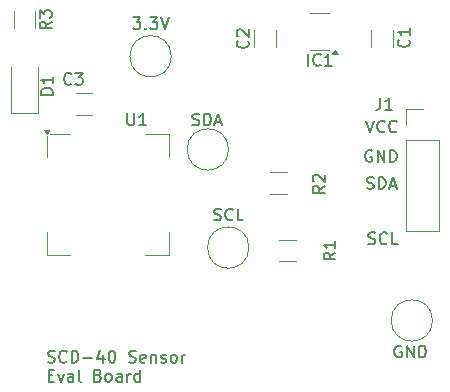
<source format=gbr>
%TF.GenerationSoftware,KiCad,Pcbnew,9.0.2*%
%TF.CreationDate,2025-05-24T10:18:39-07:00*%
%TF.ProjectId,sensor_eval_brd,73656e73-6f72-45f6-9576-616c5f627264,rev?*%
%TF.SameCoordinates,Original*%
%TF.FileFunction,Legend,Top*%
%TF.FilePolarity,Positive*%
%FSLAX46Y46*%
G04 Gerber Fmt 4.6, Leading zero omitted, Abs format (unit mm)*
G04 Created by KiCad (PCBNEW 9.0.2) date 2025-05-24 10:18:39*
%MOMM*%
%LPD*%
G01*
G04 APERTURE LIST*
%ADD10C,0.150000*%
%ADD11C,0.177800*%
%ADD12C,0.120000*%
G04 APERTURE END LIST*
D10*
X165033560Y-100279200D02*
X165176417Y-100326819D01*
X165176417Y-100326819D02*
X165414512Y-100326819D01*
X165414512Y-100326819D02*
X165509750Y-100279200D01*
X165509750Y-100279200D02*
X165557369Y-100231580D01*
X165557369Y-100231580D02*
X165604988Y-100136342D01*
X165604988Y-100136342D02*
X165604988Y-100041104D01*
X165604988Y-100041104D02*
X165557369Y-99945866D01*
X165557369Y-99945866D02*
X165509750Y-99898247D01*
X165509750Y-99898247D02*
X165414512Y-99850628D01*
X165414512Y-99850628D02*
X165224036Y-99803009D01*
X165224036Y-99803009D02*
X165128798Y-99755390D01*
X165128798Y-99755390D02*
X165081179Y-99707771D01*
X165081179Y-99707771D02*
X165033560Y-99612533D01*
X165033560Y-99612533D02*
X165033560Y-99517295D01*
X165033560Y-99517295D02*
X165081179Y-99422057D01*
X165081179Y-99422057D02*
X165128798Y-99374438D01*
X165128798Y-99374438D02*
X165224036Y-99326819D01*
X165224036Y-99326819D02*
X165462131Y-99326819D01*
X165462131Y-99326819D02*
X165604988Y-99374438D01*
X166604988Y-100231580D02*
X166557369Y-100279200D01*
X166557369Y-100279200D02*
X166414512Y-100326819D01*
X166414512Y-100326819D02*
X166319274Y-100326819D01*
X166319274Y-100326819D02*
X166176417Y-100279200D01*
X166176417Y-100279200D02*
X166081179Y-100183961D01*
X166081179Y-100183961D02*
X166033560Y-100088723D01*
X166033560Y-100088723D02*
X165985941Y-99898247D01*
X165985941Y-99898247D02*
X165985941Y-99755390D01*
X165985941Y-99755390D02*
X166033560Y-99564914D01*
X166033560Y-99564914D02*
X166081179Y-99469676D01*
X166081179Y-99469676D02*
X166176417Y-99374438D01*
X166176417Y-99374438D02*
X166319274Y-99326819D01*
X166319274Y-99326819D02*
X166414512Y-99326819D01*
X166414512Y-99326819D02*
X166557369Y-99374438D01*
X166557369Y-99374438D02*
X166604988Y-99422057D01*
X167509750Y-100326819D02*
X167033560Y-100326819D01*
X167033560Y-100326819D02*
X167033560Y-99326819D01*
X164906560Y-95605600D02*
X165049417Y-95653219D01*
X165049417Y-95653219D02*
X165287512Y-95653219D01*
X165287512Y-95653219D02*
X165382750Y-95605600D01*
X165382750Y-95605600D02*
X165430369Y-95557980D01*
X165430369Y-95557980D02*
X165477988Y-95462742D01*
X165477988Y-95462742D02*
X165477988Y-95367504D01*
X165477988Y-95367504D02*
X165430369Y-95272266D01*
X165430369Y-95272266D02*
X165382750Y-95224647D01*
X165382750Y-95224647D02*
X165287512Y-95177028D01*
X165287512Y-95177028D02*
X165097036Y-95129409D01*
X165097036Y-95129409D02*
X165001798Y-95081790D01*
X165001798Y-95081790D02*
X164954179Y-95034171D01*
X164954179Y-95034171D02*
X164906560Y-94938933D01*
X164906560Y-94938933D02*
X164906560Y-94843695D01*
X164906560Y-94843695D02*
X164954179Y-94748457D01*
X164954179Y-94748457D02*
X165001798Y-94700838D01*
X165001798Y-94700838D02*
X165097036Y-94653219D01*
X165097036Y-94653219D02*
X165335131Y-94653219D01*
X165335131Y-94653219D02*
X165477988Y-94700838D01*
X165906560Y-95653219D02*
X165906560Y-94653219D01*
X165906560Y-94653219D02*
X166144655Y-94653219D01*
X166144655Y-94653219D02*
X166287512Y-94700838D01*
X166287512Y-94700838D02*
X166382750Y-94796076D01*
X166382750Y-94796076D02*
X166430369Y-94891314D01*
X166430369Y-94891314D02*
X166477988Y-95081790D01*
X166477988Y-95081790D02*
X166477988Y-95224647D01*
X166477988Y-95224647D02*
X166430369Y-95415123D01*
X166430369Y-95415123D02*
X166382750Y-95510361D01*
X166382750Y-95510361D02*
X166287512Y-95605600D01*
X166287512Y-95605600D02*
X166144655Y-95653219D01*
X166144655Y-95653219D02*
X165906560Y-95653219D01*
X166858941Y-95367504D02*
X167335131Y-95367504D01*
X166763703Y-95653219D02*
X167097036Y-94653219D01*
X167097036Y-94653219D02*
X167430369Y-95653219D01*
D11*
X137899249Y-110301010D02*
X138042106Y-110348629D01*
X138042106Y-110348629D02*
X138280201Y-110348629D01*
X138280201Y-110348629D02*
X138375439Y-110301010D01*
X138375439Y-110301010D02*
X138423058Y-110253390D01*
X138423058Y-110253390D02*
X138470677Y-110158152D01*
X138470677Y-110158152D02*
X138470677Y-110062914D01*
X138470677Y-110062914D02*
X138423058Y-109967676D01*
X138423058Y-109967676D02*
X138375439Y-109920057D01*
X138375439Y-109920057D02*
X138280201Y-109872438D01*
X138280201Y-109872438D02*
X138089725Y-109824819D01*
X138089725Y-109824819D02*
X137994487Y-109777200D01*
X137994487Y-109777200D02*
X137946868Y-109729581D01*
X137946868Y-109729581D02*
X137899249Y-109634343D01*
X137899249Y-109634343D02*
X137899249Y-109539105D01*
X137899249Y-109539105D02*
X137946868Y-109443867D01*
X137946868Y-109443867D02*
X137994487Y-109396248D01*
X137994487Y-109396248D02*
X138089725Y-109348629D01*
X138089725Y-109348629D02*
X138327820Y-109348629D01*
X138327820Y-109348629D02*
X138470677Y-109396248D01*
X139470677Y-110253390D02*
X139423058Y-110301010D01*
X139423058Y-110301010D02*
X139280201Y-110348629D01*
X139280201Y-110348629D02*
X139184963Y-110348629D01*
X139184963Y-110348629D02*
X139042106Y-110301010D01*
X139042106Y-110301010D02*
X138946868Y-110205771D01*
X138946868Y-110205771D02*
X138899249Y-110110533D01*
X138899249Y-110110533D02*
X138851630Y-109920057D01*
X138851630Y-109920057D02*
X138851630Y-109777200D01*
X138851630Y-109777200D02*
X138899249Y-109586724D01*
X138899249Y-109586724D02*
X138946868Y-109491486D01*
X138946868Y-109491486D02*
X139042106Y-109396248D01*
X139042106Y-109396248D02*
X139184963Y-109348629D01*
X139184963Y-109348629D02*
X139280201Y-109348629D01*
X139280201Y-109348629D02*
X139423058Y-109396248D01*
X139423058Y-109396248D02*
X139470677Y-109443867D01*
X139899249Y-110348629D02*
X139899249Y-109348629D01*
X139899249Y-109348629D02*
X140137344Y-109348629D01*
X140137344Y-109348629D02*
X140280201Y-109396248D01*
X140280201Y-109396248D02*
X140375439Y-109491486D01*
X140375439Y-109491486D02*
X140423058Y-109586724D01*
X140423058Y-109586724D02*
X140470677Y-109777200D01*
X140470677Y-109777200D02*
X140470677Y-109920057D01*
X140470677Y-109920057D02*
X140423058Y-110110533D01*
X140423058Y-110110533D02*
X140375439Y-110205771D01*
X140375439Y-110205771D02*
X140280201Y-110301010D01*
X140280201Y-110301010D02*
X140137344Y-110348629D01*
X140137344Y-110348629D02*
X139899249Y-110348629D01*
X140899249Y-109967676D02*
X141661154Y-109967676D01*
X142565915Y-109681962D02*
X142565915Y-110348629D01*
X142327820Y-109301010D02*
X142089725Y-110015295D01*
X142089725Y-110015295D02*
X142708772Y-110015295D01*
X143280201Y-109348629D02*
X143375439Y-109348629D01*
X143375439Y-109348629D02*
X143470677Y-109396248D01*
X143470677Y-109396248D02*
X143518296Y-109443867D01*
X143518296Y-109443867D02*
X143565915Y-109539105D01*
X143565915Y-109539105D02*
X143613534Y-109729581D01*
X143613534Y-109729581D02*
X143613534Y-109967676D01*
X143613534Y-109967676D02*
X143565915Y-110158152D01*
X143565915Y-110158152D02*
X143518296Y-110253390D01*
X143518296Y-110253390D02*
X143470677Y-110301010D01*
X143470677Y-110301010D02*
X143375439Y-110348629D01*
X143375439Y-110348629D02*
X143280201Y-110348629D01*
X143280201Y-110348629D02*
X143184963Y-110301010D01*
X143184963Y-110301010D02*
X143137344Y-110253390D01*
X143137344Y-110253390D02*
X143089725Y-110158152D01*
X143089725Y-110158152D02*
X143042106Y-109967676D01*
X143042106Y-109967676D02*
X143042106Y-109729581D01*
X143042106Y-109729581D02*
X143089725Y-109539105D01*
X143089725Y-109539105D02*
X143137344Y-109443867D01*
X143137344Y-109443867D02*
X143184963Y-109396248D01*
X143184963Y-109396248D02*
X143280201Y-109348629D01*
X144756392Y-110301010D02*
X144899249Y-110348629D01*
X144899249Y-110348629D02*
X145137344Y-110348629D01*
X145137344Y-110348629D02*
X145232582Y-110301010D01*
X145232582Y-110301010D02*
X145280201Y-110253390D01*
X145280201Y-110253390D02*
X145327820Y-110158152D01*
X145327820Y-110158152D02*
X145327820Y-110062914D01*
X145327820Y-110062914D02*
X145280201Y-109967676D01*
X145280201Y-109967676D02*
X145232582Y-109920057D01*
X145232582Y-109920057D02*
X145137344Y-109872438D01*
X145137344Y-109872438D02*
X144946868Y-109824819D01*
X144946868Y-109824819D02*
X144851630Y-109777200D01*
X144851630Y-109777200D02*
X144804011Y-109729581D01*
X144804011Y-109729581D02*
X144756392Y-109634343D01*
X144756392Y-109634343D02*
X144756392Y-109539105D01*
X144756392Y-109539105D02*
X144804011Y-109443867D01*
X144804011Y-109443867D02*
X144851630Y-109396248D01*
X144851630Y-109396248D02*
X144946868Y-109348629D01*
X144946868Y-109348629D02*
X145184963Y-109348629D01*
X145184963Y-109348629D02*
X145327820Y-109396248D01*
X146137344Y-110301010D02*
X146042106Y-110348629D01*
X146042106Y-110348629D02*
X145851630Y-110348629D01*
X145851630Y-110348629D02*
X145756392Y-110301010D01*
X145756392Y-110301010D02*
X145708773Y-110205771D01*
X145708773Y-110205771D02*
X145708773Y-109824819D01*
X145708773Y-109824819D02*
X145756392Y-109729581D01*
X145756392Y-109729581D02*
X145851630Y-109681962D01*
X145851630Y-109681962D02*
X146042106Y-109681962D01*
X146042106Y-109681962D02*
X146137344Y-109729581D01*
X146137344Y-109729581D02*
X146184963Y-109824819D01*
X146184963Y-109824819D02*
X146184963Y-109920057D01*
X146184963Y-109920057D02*
X145708773Y-110015295D01*
X146613535Y-109681962D02*
X146613535Y-110348629D01*
X146613535Y-109777200D02*
X146661154Y-109729581D01*
X146661154Y-109729581D02*
X146756392Y-109681962D01*
X146756392Y-109681962D02*
X146899249Y-109681962D01*
X146899249Y-109681962D02*
X146994487Y-109729581D01*
X146994487Y-109729581D02*
X147042106Y-109824819D01*
X147042106Y-109824819D02*
X147042106Y-110348629D01*
X147470678Y-110301010D02*
X147565916Y-110348629D01*
X147565916Y-110348629D02*
X147756392Y-110348629D01*
X147756392Y-110348629D02*
X147851630Y-110301010D01*
X147851630Y-110301010D02*
X147899249Y-110205771D01*
X147899249Y-110205771D02*
X147899249Y-110158152D01*
X147899249Y-110158152D02*
X147851630Y-110062914D01*
X147851630Y-110062914D02*
X147756392Y-110015295D01*
X147756392Y-110015295D02*
X147613535Y-110015295D01*
X147613535Y-110015295D02*
X147518297Y-109967676D01*
X147518297Y-109967676D02*
X147470678Y-109872438D01*
X147470678Y-109872438D02*
X147470678Y-109824819D01*
X147470678Y-109824819D02*
X147518297Y-109729581D01*
X147518297Y-109729581D02*
X147613535Y-109681962D01*
X147613535Y-109681962D02*
X147756392Y-109681962D01*
X147756392Y-109681962D02*
X147851630Y-109729581D01*
X148470678Y-110348629D02*
X148375440Y-110301010D01*
X148375440Y-110301010D02*
X148327821Y-110253390D01*
X148327821Y-110253390D02*
X148280202Y-110158152D01*
X148280202Y-110158152D02*
X148280202Y-109872438D01*
X148280202Y-109872438D02*
X148327821Y-109777200D01*
X148327821Y-109777200D02*
X148375440Y-109729581D01*
X148375440Y-109729581D02*
X148470678Y-109681962D01*
X148470678Y-109681962D02*
X148613535Y-109681962D01*
X148613535Y-109681962D02*
X148708773Y-109729581D01*
X148708773Y-109729581D02*
X148756392Y-109777200D01*
X148756392Y-109777200D02*
X148804011Y-109872438D01*
X148804011Y-109872438D02*
X148804011Y-110158152D01*
X148804011Y-110158152D02*
X148756392Y-110253390D01*
X148756392Y-110253390D02*
X148708773Y-110301010D01*
X148708773Y-110301010D02*
X148613535Y-110348629D01*
X148613535Y-110348629D02*
X148470678Y-110348629D01*
X149232583Y-110348629D02*
X149232583Y-109681962D01*
X149232583Y-109872438D02*
X149280202Y-109777200D01*
X149280202Y-109777200D02*
X149327821Y-109729581D01*
X149327821Y-109729581D02*
X149423059Y-109681962D01*
X149423059Y-109681962D02*
X149518297Y-109681962D01*
X137946868Y-111434763D02*
X138280201Y-111434763D01*
X138423058Y-111958573D02*
X137946868Y-111958573D01*
X137946868Y-111958573D02*
X137946868Y-110958573D01*
X137946868Y-110958573D02*
X138423058Y-110958573D01*
X138756392Y-111291906D02*
X138994487Y-111958573D01*
X138994487Y-111958573D02*
X139232582Y-111291906D01*
X140042106Y-111958573D02*
X140042106Y-111434763D01*
X140042106Y-111434763D02*
X139994487Y-111339525D01*
X139994487Y-111339525D02*
X139899249Y-111291906D01*
X139899249Y-111291906D02*
X139708773Y-111291906D01*
X139708773Y-111291906D02*
X139613535Y-111339525D01*
X140042106Y-111910954D02*
X139946868Y-111958573D01*
X139946868Y-111958573D02*
X139708773Y-111958573D01*
X139708773Y-111958573D02*
X139613535Y-111910954D01*
X139613535Y-111910954D02*
X139565916Y-111815715D01*
X139565916Y-111815715D02*
X139565916Y-111720477D01*
X139565916Y-111720477D02*
X139613535Y-111625239D01*
X139613535Y-111625239D02*
X139708773Y-111577620D01*
X139708773Y-111577620D02*
X139946868Y-111577620D01*
X139946868Y-111577620D02*
X140042106Y-111530001D01*
X140661154Y-111958573D02*
X140565916Y-111910954D01*
X140565916Y-111910954D02*
X140518297Y-111815715D01*
X140518297Y-111815715D02*
X140518297Y-110958573D01*
X142137345Y-111434763D02*
X142280202Y-111482382D01*
X142280202Y-111482382D02*
X142327821Y-111530001D01*
X142327821Y-111530001D02*
X142375440Y-111625239D01*
X142375440Y-111625239D02*
X142375440Y-111768096D01*
X142375440Y-111768096D02*
X142327821Y-111863334D01*
X142327821Y-111863334D02*
X142280202Y-111910954D01*
X142280202Y-111910954D02*
X142184964Y-111958573D01*
X142184964Y-111958573D02*
X141804012Y-111958573D01*
X141804012Y-111958573D02*
X141804012Y-110958573D01*
X141804012Y-110958573D02*
X142137345Y-110958573D01*
X142137345Y-110958573D02*
X142232583Y-111006192D01*
X142232583Y-111006192D02*
X142280202Y-111053811D01*
X142280202Y-111053811D02*
X142327821Y-111149049D01*
X142327821Y-111149049D02*
X142327821Y-111244287D01*
X142327821Y-111244287D02*
X142280202Y-111339525D01*
X142280202Y-111339525D02*
X142232583Y-111387144D01*
X142232583Y-111387144D02*
X142137345Y-111434763D01*
X142137345Y-111434763D02*
X141804012Y-111434763D01*
X142946869Y-111958573D02*
X142851631Y-111910954D01*
X142851631Y-111910954D02*
X142804012Y-111863334D01*
X142804012Y-111863334D02*
X142756393Y-111768096D01*
X142756393Y-111768096D02*
X142756393Y-111482382D01*
X142756393Y-111482382D02*
X142804012Y-111387144D01*
X142804012Y-111387144D02*
X142851631Y-111339525D01*
X142851631Y-111339525D02*
X142946869Y-111291906D01*
X142946869Y-111291906D02*
X143089726Y-111291906D01*
X143089726Y-111291906D02*
X143184964Y-111339525D01*
X143184964Y-111339525D02*
X143232583Y-111387144D01*
X143232583Y-111387144D02*
X143280202Y-111482382D01*
X143280202Y-111482382D02*
X143280202Y-111768096D01*
X143280202Y-111768096D02*
X143232583Y-111863334D01*
X143232583Y-111863334D02*
X143184964Y-111910954D01*
X143184964Y-111910954D02*
X143089726Y-111958573D01*
X143089726Y-111958573D02*
X142946869Y-111958573D01*
X144137345Y-111958573D02*
X144137345Y-111434763D01*
X144137345Y-111434763D02*
X144089726Y-111339525D01*
X144089726Y-111339525D02*
X143994488Y-111291906D01*
X143994488Y-111291906D02*
X143804012Y-111291906D01*
X143804012Y-111291906D02*
X143708774Y-111339525D01*
X144137345Y-111910954D02*
X144042107Y-111958573D01*
X144042107Y-111958573D02*
X143804012Y-111958573D01*
X143804012Y-111958573D02*
X143708774Y-111910954D01*
X143708774Y-111910954D02*
X143661155Y-111815715D01*
X143661155Y-111815715D02*
X143661155Y-111720477D01*
X143661155Y-111720477D02*
X143708774Y-111625239D01*
X143708774Y-111625239D02*
X143804012Y-111577620D01*
X143804012Y-111577620D02*
X144042107Y-111577620D01*
X144042107Y-111577620D02*
X144137345Y-111530001D01*
X144613536Y-111958573D02*
X144613536Y-111291906D01*
X144613536Y-111482382D02*
X144661155Y-111387144D01*
X144661155Y-111387144D02*
X144708774Y-111339525D01*
X144708774Y-111339525D02*
X144804012Y-111291906D01*
X144804012Y-111291906D02*
X144899250Y-111291906D01*
X145661155Y-111958573D02*
X145661155Y-110958573D01*
X145661155Y-111910954D02*
X145565917Y-111958573D01*
X145565917Y-111958573D02*
X145375441Y-111958573D01*
X145375441Y-111958573D02*
X145280203Y-111910954D01*
X145280203Y-111910954D02*
X145232584Y-111863334D01*
X145232584Y-111863334D02*
X145184965Y-111768096D01*
X145184965Y-111768096D02*
X145184965Y-111482382D01*
X145184965Y-111482382D02*
X145232584Y-111387144D01*
X145232584Y-111387144D02*
X145280203Y-111339525D01*
X145280203Y-111339525D02*
X145375441Y-111291906D01*
X145375441Y-111291906D02*
X145565917Y-111291906D01*
X145565917Y-111291906D02*
X145661155Y-111339525D01*
D10*
X164836722Y-89852619D02*
X165170055Y-90852619D01*
X165170055Y-90852619D02*
X165503388Y-89852619D01*
X166408150Y-90757380D02*
X166360531Y-90805000D01*
X166360531Y-90805000D02*
X166217674Y-90852619D01*
X166217674Y-90852619D02*
X166122436Y-90852619D01*
X166122436Y-90852619D02*
X165979579Y-90805000D01*
X165979579Y-90805000D02*
X165884341Y-90709761D01*
X165884341Y-90709761D02*
X165836722Y-90614523D01*
X165836722Y-90614523D02*
X165789103Y-90424047D01*
X165789103Y-90424047D02*
X165789103Y-90281190D01*
X165789103Y-90281190D02*
X165836722Y-90090714D01*
X165836722Y-90090714D02*
X165884341Y-89995476D01*
X165884341Y-89995476D02*
X165979579Y-89900238D01*
X165979579Y-89900238D02*
X166122436Y-89852619D01*
X166122436Y-89852619D02*
X166217674Y-89852619D01*
X166217674Y-89852619D02*
X166360531Y-89900238D01*
X166360531Y-89900238D02*
X166408150Y-89947857D01*
X167408150Y-90757380D02*
X167360531Y-90805000D01*
X167360531Y-90805000D02*
X167217674Y-90852619D01*
X167217674Y-90852619D02*
X167122436Y-90852619D01*
X167122436Y-90852619D02*
X166979579Y-90805000D01*
X166979579Y-90805000D02*
X166884341Y-90709761D01*
X166884341Y-90709761D02*
X166836722Y-90614523D01*
X166836722Y-90614523D02*
X166789103Y-90424047D01*
X166789103Y-90424047D02*
X166789103Y-90281190D01*
X166789103Y-90281190D02*
X166836722Y-90090714D01*
X166836722Y-90090714D02*
X166884341Y-89995476D01*
X166884341Y-89995476D02*
X166979579Y-89900238D01*
X166979579Y-89900238D02*
X167122436Y-89852619D01*
X167122436Y-89852619D02*
X167217674Y-89852619D01*
X167217674Y-89852619D02*
X167360531Y-89900238D01*
X167360531Y-89900238D02*
X167408150Y-89947857D01*
X165325588Y-92414838D02*
X165230350Y-92367219D01*
X165230350Y-92367219D02*
X165087493Y-92367219D01*
X165087493Y-92367219D02*
X164944636Y-92414838D01*
X164944636Y-92414838D02*
X164849398Y-92510076D01*
X164849398Y-92510076D02*
X164801779Y-92605314D01*
X164801779Y-92605314D02*
X164754160Y-92795790D01*
X164754160Y-92795790D02*
X164754160Y-92938647D01*
X164754160Y-92938647D02*
X164801779Y-93129123D01*
X164801779Y-93129123D02*
X164849398Y-93224361D01*
X164849398Y-93224361D02*
X164944636Y-93319600D01*
X164944636Y-93319600D02*
X165087493Y-93367219D01*
X165087493Y-93367219D02*
X165182731Y-93367219D01*
X165182731Y-93367219D02*
X165325588Y-93319600D01*
X165325588Y-93319600D02*
X165373207Y-93271980D01*
X165373207Y-93271980D02*
X165373207Y-92938647D01*
X165373207Y-92938647D02*
X165182731Y-92938647D01*
X165801779Y-93367219D02*
X165801779Y-92367219D01*
X165801779Y-92367219D02*
X166373207Y-93367219D01*
X166373207Y-93367219D02*
X166373207Y-92367219D01*
X166849398Y-93367219D02*
X166849398Y-92367219D01*
X166849398Y-92367219D02*
X167087493Y-92367219D01*
X167087493Y-92367219D02*
X167230350Y-92414838D01*
X167230350Y-92414838D02*
X167325588Y-92510076D01*
X167325588Y-92510076D02*
X167373207Y-92605314D01*
X167373207Y-92605314D02*
X167420826Y-92795790D01*
X167420826Y-92795790D02*
X167420826Y-92938647D01*
X167420826Y-92938647D02*
X167373207Y-93129123D01*
X167373207Y-93129123D02*
X167325588Y-93224361D01*
X167325588Y-93224361D02*
X167230350Y-93319600D01*
X167230350Y-93319600D02*
X167087493Y-93367219D01*
X167087493Y-93367219D02*
X166849398Y-93367219D01*
X162227419Y-101030066D02*
X161751228Y-101363399D01*
X162227419Y-101601494D02*
X161227419Y-101601494D01*
X161227419Y-101601494D02*
X161227419Y-101220542D01*
X161227419Y-101220542D02*
X161275038Y-101125304D01*
X161275038Y-101125304D02*
X161322657Y-101077685D01*
X161322657Y-101077685D02*
X161417895Y-101030066D01*
X161417895Y-101030066D02*
X161560752Y-101030066D01*
X161560752Y-101030066D02*
X161655990Y-101077685D01*
X161655990Y-101077685D02*
X161703609Y-101125304D01*
X161703609Y-101125304D02*
X161751228Y-101220542D01*
X161751228Y-101220542D02*
X161751228Y-101601494D01*
X162227419Y-100077685D02*
X162227419Y-100649113D01*
X162227419Y-100363399D02*
X161227419Y-100363399D01*
X161227419Y-100363399D02*
X161370276Y-100458637D01*
X161370276Y-100458637D02*
X161465514Y-100553875D01*
X161465514Y-100553875D02*
X161513133Y-100649113D01*
X151971524Y-98266600D02*
X152114381Y-98314219D01*
X152114381Y-98314219D02*
X152352476Y-98314219D01*
X152352476Y-98314219D02*
X152447714Y-98266600D01*
X152447714Y-98266600D02*
X152495333Y-98218980D01*
X152495333Y-98218980D02*
X152542952Y-98123742D01*
X152542952Y-98123742D02*
X152542952Y-98028504D01*
X152542952Y-98028504D02*
X152495333Y-97933266D01*
X152495333Y-97933266D02*
X152447714Y-97885647D01*
X152447714Y-97885647D02*
X152352476Y-97838028D01*
X152352476Y-97838028D02*
X152162000Y-97790409D01*
X152162000Y-97790409D02*
X152066762Y-97742790D01*
X152066762Y-97742790D02*
X152019143Y-97695171D01*
X152019143Y-97695171D02*
X151971524Y-97599933D01*
X151971524Y-97599933D02*
X151971524Y-97504695D01*
X151971524Y-97504695D02*
X152019143Y-97409457D01*
X152019143Y-97409457D02*
X152066762Y-97361838D01*
X152066762Y-97361838D02*
X152162000Y-97314219D01*
X152162000Y-97314219D02*
X152400095Y-97314219D01*
X152400095Y-97314219D02*
X152542952Y-97361838D01*
X153542952Y-98218980D02*
X153495333Y-98266600D01*
X153495333Y-98266600D02*
X153352476Y-98314219D01*
X153352476Y-98314219D02*
X153257238Y-98314219D01*
X153257238Y-98314219D02*
X153114381Y-98266600D01*
X153114381Y-98266600D02*
X153019143Y-98171361D01*
X153019143Y-98171361D02*
X152971524Y-98076123D01*
X152971524Y-98076123D02*
X152923905Y-97885647D01*
X152923905Y-97885647D02*
X152923905Y-97742790D01*
X152923905Y-97742790D02*
X152971524Y-97552314D01*
X152971524Y-97552314D02*
X153019143Y-97457076D01*
X153019143Y-97457076D02*
X153114381Y-97361838D01*
X153114381Y-97361838D02*
X153257238Y-97314219D01*
X153257238Y-97314219D02*
X153352476Y-97314219D01*
X153352476Y-97314219D02*
X153495333Y-97361838D01*
X153495333Y-97361838D02*
X153542952Y-97409457D01*
X154447714Y-98314219D02*
X153971524Y-98314219D01*
X153971524Y-98314219D02*
X153971524Y-97314219D01*
X161313019Y-95376566D02*
X160836828Y-95709899D01*
X161313019Y-95947994D02*
X160313019Y-95947994D01*
X160313019Y-95947994D02*
X160313019Y-95567042D01*
X160313019Y-95567042D02*
X160360638Y-95471804D01*
X160360638Y-95471804D02*
X160408257Y-95424185D01*
X160408257Y-95424185D02*
X160503495Y-95376566D01*
X160503495Y-95376566D02*
X160646352Y-95376566D01*
X160646352Y-95376566D02*
X160741590Y-95424185D01*
X160741590Y-95424185D02*
X160789209Y-95471804D01*
X160789209Y-95471804D02*
X160836828Y-95567042D01*
X160836828Y-95567042D02*
X160836828Y-95947994D01*
X160408257Y-94995613D02*
X160360638Y-94947994D01*
X160360638Y-94947994D02*
X160313019Y-94852756D01*
X160313019Y-94852756D02*
X160313019Y-94614661D01*
X160313019Y-94614661D02*
X160360638Y-94519423D01*
X160360638Y-94519423D02*
X160408257Y-94471804D01*
X160408257Y-94471804D02*
X160503495Y-94424185D01*
X160503495Y-94424185D02*
X160598733Y-94424185D01*
X160598733Y-94424185D02*
X160741590Y-94471804D01*
X160741590Y-94471804D02*
X161313019Y-95043232D01*
X161313019Y-95043232D02*
X161313019Y-94424185D01*
X154801980Y-83091466D02*
X154849600Y-83139085D01*
X154849600Y-83139085D02*
X154897219Y-83281942D01*
X154897219Y-83281942D02*
X154897219Y-83377180D01*
X154897219Y-83377180D02*
X154849600Y-83520037D01*
X154849600Y-83520037D02*
X154754361Y-83615275D01*
X154754361Y-83615275D02*
X154659123Y-83662894D01*
X154659123Y-83662894D02*
X154468647Y-83710513D01*
X154468647Y-83710513D02*
X154325790Y-83710513D01*
X154325790Y-83710513D02*
X154135314Y-83662894D01*
X154135314Y-83662894D02*
X154040076Y-83615275D01*
X154040076Y-83615275D02*
X153944838Y-83520037D01*
X153944838Y-83520037D02*
X153897219Y-83377180D01*
X153897219Y-83377180D02*
X153897219Y-83281942D01*
X153897219Y-83281942D02*
X153944838Y-83139085D01*
X153944838Y-83139085D02*
X153992457Y-83091466D01*
X153992457Y-82710513D02*
X153944838Y-82662894D01*
X153944838Y-82662894D02*
X153897219Y-82567656D01*
X153897219Y-82567656D02*
X153897219Y-82329561D01*
X153897219Y-82329561D02*
X153944838Y-82234323D01*
X153944838Y-82234323D02*
X153992457Y-82186704D01*
X153992457Y-82186704D02*
X154087695Y-82139085D01*
X154087695Y-82139085D02*
X154182933Y-82139085D01*
X154182933Y-82139085D02*
X154325790Y-82186704D01*
X154325790Y-82186704D02*
X154897219Y-82758132D01*
X154897219Y-82758132D02*
X154897219Y-82139085D01*
X167804895Y-108964038D02*
X167709657Y-108916419D01*
X167709657Y-108916419D02*
X167566800Y-108916419D01*
X167566800Y-108916419D02*
X167423943Y-108964038D01*
X167423943Y-108964038D02*
X167328705Y-109059276D01*
X167328705Y-109059276D02*
X167281086Y-109154514D01*
X167281086Y-109154514D02*
X167233467Y-109344990D01*
X167233467Y-109344990D02*
X167233467Y-109487847D01*
X167233467Y-109487847D02*
X167281086Y-109678323D01*
X167281086Y-109678323D02*
X167328705Y-109773561D01*
X167328705Y-109773561D02*
X167423943Y-109868800D01*
X167423943Y-109868800D02*
X167566800Y-109916419D01*
X167566800Y-109916419D02*
X167662038Y-109916419D01*
X167662038Y-109916419D02*
X167804895Y-109868800D01*
X167804895Y-109868800D02*
X167852514Y-109821180D01*
X167852514Y-109821180D02*
X167852514Y-109487847D01*
X167852514Y-109487847D02*
X167662038Y-109487847D01*
X168281086Y-109916419D02*
X168281086Y-108916419D01*
X168281086Y-108916419D02*
X168852514Y-109916419D01*
X168852514Y-109916419D02*
X168852514Y-108916419D01*
X169328705Y-109916419D02*
X169328705Y-108916419D01*
X169328705Y-108916419D02*
X169566800Y-108916419D01*
X169566800Y-108916419D02*
X169709657Y-108964038D01*
X169709657Y-108964038D02*
X169804895Y-109059276D01*
X169804895Y-109059276D02*
X169852514Y-109154514D01*
X169852514Y-109154514D02*
X169900133Y-109344990D01*
X169900133Y-109344990D02*
X169900133Y-109487847D01*
X169900133Y-109487847D02*
X169852514Y-109678323D01*
X169852514Y-109678323D02*
X169804895Y-109773561D01*
X169804895Y-109773561D02*
X169709657Y-109868800D01*
X169709657Y-109868800D02*
X169566800Y-109916419D01*
X169566800Y-109916419D02*
X169328705Y-109916419D01*
X168431380Y-82996066D02*
X168479000Y-83043685D01*
X168479000Y-83043685D02*
X168526619Y-83186542D01*
X168526619Y-83186542D02*
X168526619Y-83281780D01*
X168526619Y-83281780D02*
X168479000Y-83424637D01*
X168479000Y-83424637D02*
X168383761Y-83519875D01*
X168383761Y-83519875D02*
X168288523Y-83567494D01*
X168288523Y-83567494D02*
X168098047Y-83615113D01*
X168098047Y-83615113D02*
X167955190Y-83615113D01*
X167955190Y-83615113D02*
X167764714Y-83567494D01*
X167764714Y-83567494D02*
X167669476Y-83519875D01*
X167669476Y-83519875D02*
X167574238Y-83424637D01*
X167574238Y-83424637D02*
X167526619Y-83281780D01*
X167526619Y-83281780D02*
X167526619Y-83186542D01*
X167526619Y-83186542D02*
X167574238Y-83043685D01*
X167574238Y-83043685D02*
X167621857Y-82996066D01*
X168526619Y-82043685D02*
X168526619Y-82615113D01*
X168526619Y-82329399D02*
X167526619Y-82329399D01*
X167526619Y-82329399D02*
X167669476Y-82424637D01*
X167669476Y-82424637D02*
X167764714Y-82519875D01*
X167764714Y-82519875D02*
X167812333Y-82615113D01*
X150131314Y-90226200D02*
X150274171Y-90273819D01*
X150274171Y-90273819D02*
X150512266Y-90273819D01*
X150512266Y-90273819D02*
X150607504Y-90226200D01*
X150607504Y-90226200D02*
X150655123Y-90178580D01*
X150655123Y-90178580D02*
X150702742Y-90083342D01*
X150702742Y-90083342D02*
X150702742Y-89988104D01*
X150702742Y-89988104D02*
X150655123Y-89892866D01*
X150655123Y-89892866D02*
X150607504Y-89845247D01*
X150607504Y-89845247D02*
X150512266Y-89797628D01*
X150512266Y-89797628D02*
X150321790Y-89750009D01*
X150321790Y-89750009D02*
X150226552Y-89702390D01*
X150226552Y-89702390D02*
X150178933Y-89654771D01*
X150178933Y-89654771D02*
X150131314Y-89559533D01*
X150131314Y-89559533D02*
X150131314Y-89464295D01*
X150131314Y-89464295D02*
X150178933Y-89369057D01*
X150178933Y-89369057D02*
X150226552Y-89321438D01*
X150226552Y-89321438D02*
X150321790Y-89273819D01*
X150321790Y-89273819D02*
X150559885Y-89273819D01*
X150559885Y-89273819D02*
X150702742Y-89321438D01*
X151131314Y-90273819D02*
X151131314Y-89273819D01*
X151131314Y-89273819D02*
X151369409Y-89273819D01*
X151369409Y-89273819D02*
X151512266Y-89321438D01*
X151512266Y-89321438D02*
X151607504Y-89416676D01*
X151607504Y-89416676D02*
X151655123Y-89511914D01*
X151655123Y-89511914D02*
X151702742Y-89702390D01*
X151702742Y-89702390D02*
X151702742Y-89845247D01*
X151702742Y-89845247D02*
X151655123Y-90035723D01*
X151655123Y-90035723D02*
X151607504Y-90130961D01*
X151607504Y-90130961D02*
X151512266Y-90226200D01*
X151512266Y-90226200D02*
X151369409Y-90273819D01*
X151369409Y-90273819D02*
X151131314Y-90273819D01*
X152083695Y-89988104D02*
X152559885Y-89988104D01*
X151988457Y-90273819D02*
X152321790Y-89273819D01*
X152321790Y-89273819D02*
X152655123Y-90273819D01*
X145113410Y-81117519D02*
X145732457Y-81117519D01*
X145732457Y-81117519D02*
X145399124Y-81498471D01*
X145399124Y-81498471D02*
X145541981Y-81498471D01*
X145541981Y-81498471D02*
X145637219Y-81546090D01*
X145637219Y-81546090D02*
X145684838Y-81593709D01*
X145684838Y-81593709D02*
X145732457Y-81688947D01*
X145732457Y-81688947D02*
X145732457Y-81927042D01*
X145732457Y-81927042D02*
X145684838Y-82022280D01*
X145684838Y-82022280D02*
X145637219Y-82069900D01*
X145637219Y-82069900D02*
X145541981Y-82117519D01*
X145541981Y-82117519D02*
X145256267Y-82117519D01*
X145256267Y-82117519D02*
X145161029Y-82069900D01*
X145161029Y-82069900D02*
X145113410Y-82022280D01*
X146161029Y-82022280D02*
X146208648Y-82069900D01*
X146208648Y-82069900D02*
X146161029Y-82117519D01*
X146161029Y-82117519D02*
X146113410Y-82069900D01*
X146113410Y-82069900D02*
X146161029Y-82022280D01*
X146161029Y-82022280D02*
X146161029Y-82117519D01*
X146541981Y-81117519D02*
X147161028Y-81117519D01*
X147161028Y-81117519D02*
X146827695Y-81498471D01*
X146827695Y-81498471D02*
X146970552Y-81498471D01*
X146970552Y-81498471D02*
X147065790Y-81546090D01*
X147065790Y-81546090D02*
X147113409Y-81593709D01*
X147113409Y-81593709D02*
X147161028Y-81688947D01*
X147161028Y-81688947D02*
X147161028Y-81927042D01*
X147161028Y-81927042D02*
X147113409Y-82022280D01*
X147113409Y-82022280D02*
X147065790Y-82069900D01*
X147065790Y-82069900D02*
X146970552Y-82117519D01*
X146970552Y-82117519D02*
X146684838Y-82117519D01*
X146684838Y-82117519D02*
X146589600Y-82069900D01*
X146589600Y-82069900D02*
X146541981Y-82022280D01*
X147446743Y-81117519D02*
X147780076Y-82117519D01*
X147780076Y-82117519D02*
X148113409Y-81117519D01*
X138300619Y-87659894D02*
X137300619Y-87659894D01*
X137300619Y-87659894D02*
X137300619Y-87421799D01*
X137300619Y-87421799D02*
X137348238Y-87278942D01*
X137348238Y-87278942D02*
X137443476Y-87183704D01*
X137443476Y-87183704D02*
X137538714Y-87136085D01*
X137538714Y-87136085D02*
X137729190Y-87088466D01*
X137729190Y-87088466D02*
X137872047Y-87088466D01*
X137872047Y-87088466D02*
X138062523Y-87136085D01*
X138062523Y-87136085D02*
X138157761Y-87183704D01*
X138157761Y-87183704D02*
X138253000Y-87278942D01*
X138253000Y-87278942D02*
X138300619Y-87421799D01*
X138300619Y-87421799D02*
X138300619Y-87659894D01*
X138300619Y-86136085D02*
X138300619Y-86707513D01*
X138300619Y-86421799D02*
X137300619Y-86421799D01*
X137300619Y-86421799D02*
X137443476Y-86517037D01*
X137443476Y-86517037D02*
X137538714Y-86612275D01*
X137538714Y-86612275D02*
X137586333Y-86707513D01*
X159933510Y-85205619D02*
X159933510Y-84205619D01*
X160981128Y-85110380D02*
X160933509Y-85158000D01*
X160933509Y-85158000D02*
X160790652Y-85205619D01*
X160790652Y-85205619D02*
X160695414Y-85205619D01*
X160695414Y-85205619D02*
X160552557Y-85158000D01*
X160552557Y-85158000D02*
X160457319Y-85062761D01*
X160457319Y-85062761D02*
X160409700Y-84967523D01*
X160409700Y-84967523D02*
X160362081Y-84777047D01*
X160362081Y-84777047D02*
X160362081Y-84634190D01*
X160362081Y-84634190D02*
X160409700Y-84443714D01*
X160409700Y-84443714D02*
X160457319Y-84348476D01*
X160457319Y-84348476D02*
X160552557Y-84253238D01*
X160552557Y-84253238D02*
X160695414Y-84205619D01*
X160695414Y-84205619D02*
X160790652Y-84205619D01*
X160790652Y-84205619D02*
X160933509Y-84253238D01*
X160933509Y-84253238D02*
X160981128Y-84300857D01*
X161933509Y-85205619D02*
X161362081Y-85205619D01*
X161647795Y-85205619D02*
X161647795Y-84205619D01*
X161647795Y-84205619D02*
X161552557Y-84348476D01*
X161552557Y-84348476D02*
X161457319Y-84443714D01*
X161457319Y-84443714D02*
X161362081Y-84491333D01*
X144627695Y-89243819D02*
X144627695Y-90053342D01*
X144627695Y-90053342D02*
X144675314Y-90148580D01*
X144675314Y-90148580D02*
X144722933Y-90196200D01*
X144722933Y-90196200D02*
X144818171Y-90243819D01*
X144818171Y-90243819D02*
X145008647Y-90243819D01*
X145008647Y-90243819D02*
X145103885Y-90196200D01*
X145103885Y-90196200D02*
X145151504Y-90148580D01*
X145151504Y-90148580D02*
X145199123Y-90053342D01*
X145199123Y-90053342D02*
X145199123Y-89243819D01*
X146199123Y-90243819D02*
X145627695Y-90243819D01*
X145913409Y-90243819D02*
X145913409Y-89243819D01*
X145913409Y-89243819D02*
X145818171Y-89386676D01*
X145818171Y-89386676D02*
X145722933Y-89481914D01*
X145722933Y-89481914D02*
X145627695Y-89529533D01*
X138200219Y-81472066D02*
X137724028Y-81805399D01*
X138200219Y-82043494D02*
X137200219Y-82043494D01*
X137200219Y-82043494D02*
X137200219Y-81662542D01*
X137200219Y-81662542D02*
X137247838Y-81567304D01*
X137247838Y-81567304D02*
X137295457Y-81519685D01*
X137295457Y-81519685D02*
X137390695Y-81472066D01*
X137390695Y-81472066D02*
X137533552Y-81472066D01*
X137533552Y-81472066D02*
X137628790Y-81519685D01*
X137628790Y-81519685D02*
X137676409Y-81567304D01*
X137676409Y-81567304D02*
X137724028Y-81662542D01*
X137724028Y-81662542D02*
X137724028Y-82043494D01*
X137200219Y-81138732D02*
X137200219Y-80519685D01*
X137200219Y-80519685D02*
X137581171Y-80853018D01*
X137581171Y-80853018D02*
X137581171Y-80710161D01*
X137581171Y-80710161D02*
X137628790Y-80614923D01*
X137628790Y-80614923D02*
X137676409Y-80567304D01*
X137676409Y-80567304D02*
X137771647Y-80519685D01*
X137771647Y-80519685D02*
X138009742Y-80519685D01*
X138009742Y-80519685D02*
X138104980Y-80567304D01*
X138104980Y-80567304D02*
X138152600Y-80614923D01*
X138152600Y-80614923D02*
X138200219Y-80710161D01*
X138200219Y-80710161D02*
X138200219Y-80995875D01*
X138200219Y-80995875D02*
X138152600Y-81091113D01*
X138152600Y-81091113D02*
X138104980Y-81138732D01*
X139888933Y-86719580D02*
X139841314Y-86767200D01*
X139841314Y-86767200D02*
X139698457Y-86814819D01*
X139698457Y-86814819D02*
X139603219Y-86814819D01*
X139603219Y-86814819D02*
X139460362Y-86767200D01*
X139460362Y-86767200D02*
X139365124Y-86671961D01*
X139365124Y-86671961D02*
X139317505Y-86576723D01*
X139317505Y-86576723D02*
X139269886Y-86386247D01*
X139269886Y-86386247D02*
X139269886Y-86243390D01*
X139269886Y-86243390D02*
X139317505Y-86052914D01*
X139317505Y-86052914D02*
X139365124Y-85957676D01*
X139365124Y-85957676D02*
X139460362Y-85862438D01*
X139460362Y-85862438D02*
X139603219Y-85814819D01*
X139603219Y-85814819D02*
X139698457Y-85814819D01*
X139698457Y-85814819D02*
X139841314Y-85862438D01*
X139841314Y-85862438D02*
X139888933Y-85910057D01*
X140222267Y-85814819D02*
X140841314Y-85814819D01*
X140841314Y-85814819D02*
X140507981Y-86195771D01*
X140507981Y-86195771D02*
X140650838Y-86195771D01*
X140650838Y-86195771D02*
X140746076Y-86243390D01*
X140746076Y-86243390D02*
X140793695Y-86291009D01*
X140793695Y-86291009D02*
X140841314Y-86386247D01*
X140841314Y-86386247D02*
X140841314Y-86624342D01*
X140841314Y-86624342D02*
X140793695Y-86719580D01*
X140793695Y-86719580D02*
X140746076Y-86767200D01*
X140746076Y-86767200D02*
X140650838Y-86814819D01*
X140650838Y-86814819D02*
X140365124Y-86814819D01*
X140365124Y-86814819D02*
X140269886Y-86767200D01*
X140269886Y-86767200D02*
X140222267Y-86719580D01*
X166036666Y-87948419D02*
X166036666Y-88662704D01*
X166036666Y-88662704D02*
X165989047Y-88805561D01*
X165989047Y-88805561D02*
X165893809Y-88900800D01*
X165893809Y-88900800D02*
X165750952Y-88948419D01*
X165750952Y-88948419D02*
X165655714Y-88948419D01*
X167036666Y-88948419D02*
X166465238Y-88948419D01*
X166750952Y-88948419D02*
X166750952Y-87948419D01*
X166750952Y-87948419D02*
X166655714Y-88091276D01*
X166655714Y-88091276D02*
X166560476Y-88186514D01*
X166560476Y-88186514D02*
X166465238Y-88234133D01*
D12*
%TO.C,R1*%
X158918264Y-99928000D02*
X157464136Y-99928000D01*
X158918264Y-101748000D02*
X157464136Y-101748000D01*
%TO.C,SCL*%
X154912000Y-100609400D02*
G75*
G02*
X151412000Y-100609400I-1750000J0D01*
G01*
X151412000Y-100609400D02*
G75*
G02*
X154912000Y-100609400I1750000J0D01*
G01*
%TO.C,R2*%
X158120164Y-94249100D02*
X156666036Y-94249100D01*
X158120164Y-96069100D02*
X156666036Y-96069100D01*
%TO.C,C2*%
X155382400Y-83636052D02*
X155382400Y-82213548D01*
X157202400Y-83636052D02*
X157202400Y-82213548D01*
%TO.C,GND*%
X170456800Y-106781600D02*
G75*
G02*
X166956800Y-106781600I-1750000J0D01*
G01*
X166956800Y-106781600D02*
G75*
G02*
X170456800Y-106781600I1750000J0D01*
G01*
%TO.C,C1*%
X165288400Y-83610652D02*
X165288400Y-82188148D01*
X167108400Y-83610652D02*
X167108400Y-82188148D01*
%TO.C,SDA*%
X153184800Y-92303600D02*
G75*
G02*
X149684800Y-92303600I-1750000J0D01*
G01*
X149684800Y-92303600D02*
G75*
G02*
X153184800Y-92303600I1750000J0D01*
G01*
%TO.C,3.3V*%
X148339600Y-84412700D02*
G75*
G02*
X144839600Y-84412700I-1750000J0D01*
G01*
X144839600Y-84412700D02*
G75*
G02*
X148339600Y-84412700I1750000J0D01*
G01*
%TO.C,D1*%
X134805800Y-85318800D02*
X134805800Y-89203800D01*
X134805800Y-89203800D02*
X137075800Y-89203800D01*
X137075800Y-89203800D02*
X137075800Y-85318800D01*
%TO.C,IC1*%
X160909700Y-80790800D02*
X160109700Y-80790800D01*
X160909700Y-80790800D02*
X161709700Y-80790800D01*
X160909700Y-83910800D02*
X160109700Y-83910800D01*
X160909700Y-83910800D02*
X161709700Y-83910800D01*
X162449700Y-84190800D02*
X161969700Y-84190800D01*
X162209700Y-83860800D01*
X162449700Y-84190800D01*
G36*
X162449700Y-84190800D02*
G01*
X161969700Y-84190800D01*
X162209700Y-83860800D01*
X162449700Y-84190800D01*
G37*
%TO.C,U1*%
X137785000Y-92934800D02*
X137785000Y-91199800D01*
X137785000Y-101279800D02*
X137785000Y-99304800D01*
X139760000Y-90959800D02*
X138085000Y-90959800D01*
X139760000Y-101279800D02*
X137785000Y-101279800D01*
X146130000Y-90959800D02*
X148105000Y-90959800D01*
X146130000Y-101279800D02*
X148105000Y-101279800D01*
X148105000Y-90959800D02*
X148105000Y-92934800D01*
X148105000Y-101279800D02*
X148105000Y-99304800D01*
X137785000Y-90959800D02*
X137545000Y-90629800D01*
X138025000Y-90629800D01*
X137785000Y-90959800D01*
G36*
X137785000Y-90959800D02*
G01*
X137545000Y-90629800D01*
X138025000Y-90629800D01*
X137785000Y-90959800D01*
G37*
%TO.C,R3*%
X135005400Y-80578336D02*
X135005400Y-82032464D01*
X136825400Y-80578336D02*
X136825400Y-82032464D01*
%TO.C,C3*%
X141661252Y-87549800D02*
X140238748Y-87549800D01*
X141661252Y-89369800D02*
X140238748Y-89369800D01*
%TO.C,J1*%
X168241200Y-88840800D02*
X169621200Y-88840800D01*
X168241200Y-90220800D02*
X168241200Y-88840800D01*
X168241200Y-91490800D02*
X168241200Y-99220800D01*
X168241200Y-91490800D02*
X171001200Y-91490800D01*
X168241200Y-99220800D02*
X171001200Y-99220800D01*
X171001200Y-91490800D02*
X171001200Y-99220800D01*
%TD*%
M02*

</source>
